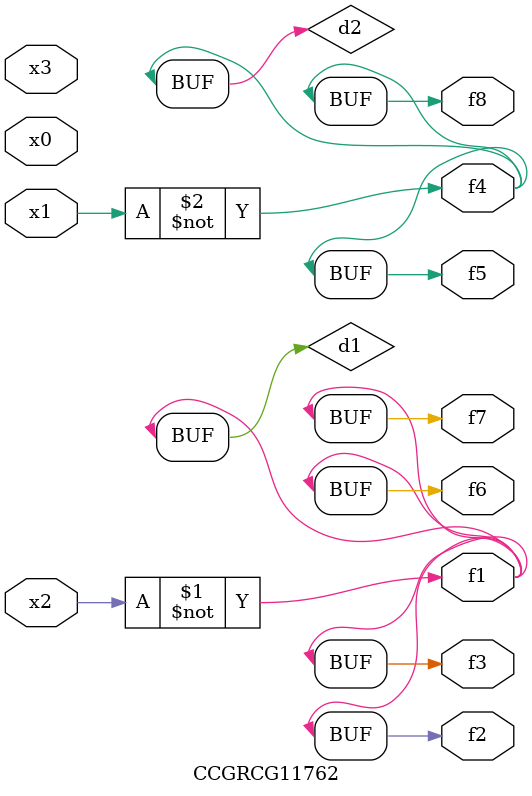
<source format=v>
module CCGRCG11762(
	input x0, x1, x2, x3,
	output f1, f2, f3, f4, f5, f6, f7, f8
);

	wire d1, d2;

	xnor (d1, x2);
	not (d2, x1);
	assign f1 = d1;
	assign f2 = d1;
	assign f3 = d1;
	assign f4 = d2;
	assign f5 = d2;
	assign f6 = d1;
	assign f7 = d1;
	assign f8 = d2;
endmodule

</source>
